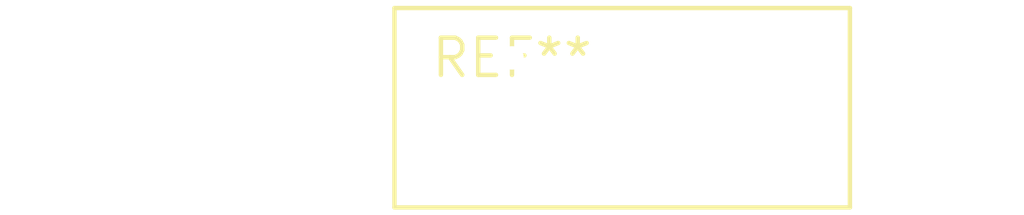
<source format=kicad_pcb>
(kicad_pcb (version 20240108) (generator pcbnew)
  (layers (0 "F.Cu" signal) (31 "B.Cu" signal) (34 "B.Paste" user) (35 "F.Paste" user) (36 "B.SilkS" user "B.Silkscreen") (37 "F.SilkS" user "F.Silkscreen") (38 "B.Mask" user) (39 "F.Mask" user) (44 "Edge.Cuts" user))
  (net 0 "")
  (footprint "RV_Disc_D15.5mm_W6.8mm_P7.5mm" (layer "F.Cu") (at 0 0)
    (property "Reference" "REF**")
    (property "Value" "RV_Disc_D15.5mm_W6.8mm_P7.5mm")
    (fp_line (start -4 -1.7) (end -4 5.1) (layer "F.SilkS") (stroke (width 0.15)))
    (fp_line (start -4 -1.7) (end 11.5 -1.7) (layer "F.SilkS") (stroke (width 0.15)))
    (fp_line (start -4 5.1) (end 11.5 5.1) (layer "F.SilkS") (stroke (width 0.15)))
    (fp_line (start 11.5 -1.7) (end 11.5 5.1) (layer "F.SilkS") (stroke (width 0.15)))
    (pad "1" thru_hole circle (at 0 0) (size 1.8 1.8) (drill 0.8) (layers *.Cu *.Mask) (remove_unused_layers))
    (pad "2" thru_hole circle (at 7.5 3.4) (size 1.8 1.8) (drill 0.8) (layers *.Cu *.Mask) (remove_unused_layers))
  )
)
</source>
